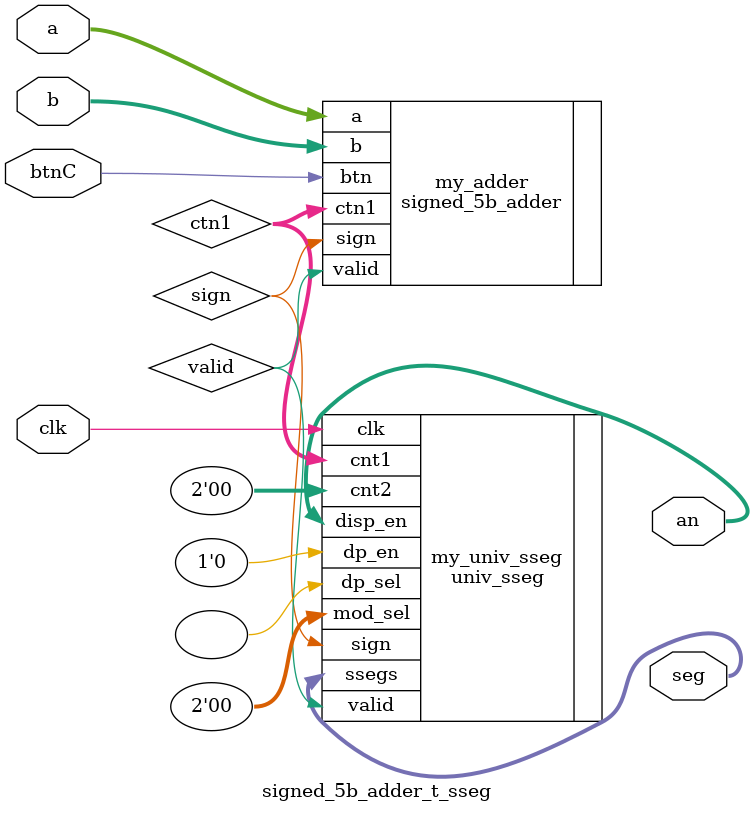
<source format=v>
`timescale 1ns / 1ps


module signed_5b_adder_t_sseg(
    input [4:0] a,
    input [4:0] b,
    input clk,
    input btnC,
    output [7:0] seg,
    output [3:0] an
    );
    
    wire [13:0] ctn1;
    wire valid, sign;
   
    
    signed_5b_adder my_adder(
    .a(a), .b(b), .btn(btnC), .valid(valid), .sign(sign), .ctn1(ctn1)
    );
     
    univ_sseg my_univ_sseg (
        .cnt1    (ctn1), 
        .cnt2    (2'b00), 
        .valid   (valid), 
        .dp_en   (1'b0), 
        .dp_sel  (), 
        .mod_sel (2'b00), 
        .sign    (sign), 
        .clk     (clk), 
        .ssegs   (seg), 
        .disp_en (an)    );
       
endmodule


</source>
